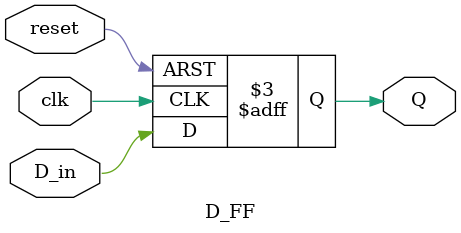
<source format=v>
`timescale 1ns / 1ps
module D_FF(Q , D_in , clk , reset);
	//initialize inputs and outputs
	input D_in, clk , reset;
	output reg Q;

	// clk and reset needed since task is sequential logic
	always@(posedge clk , posedge reset)
		begin
		if(reset == 1'b1)// if reset is asserted 
			Q <= 1'b0; // Q gets 0 
		else	// if reset is not asserted
			Q <= D_in; // Q gets D_in on next active edge of clock
	
		end

endmodule // end of D_FF module

</source>
